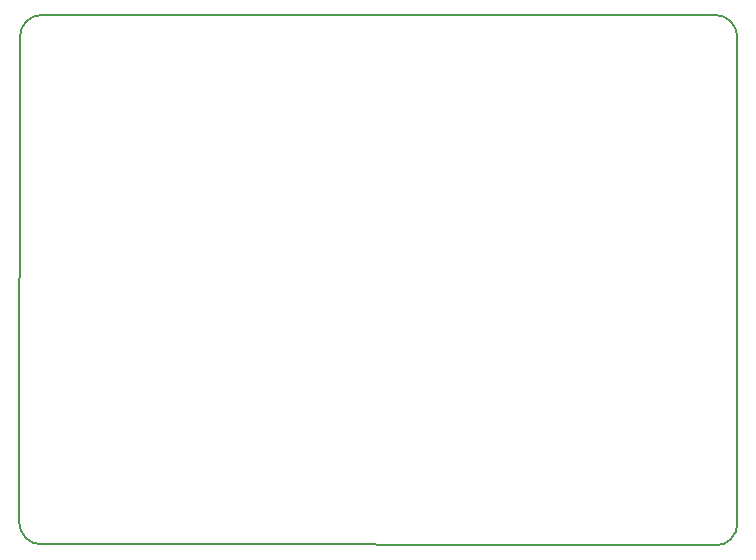
<source format=gm1>
G04*
G04 #@! TF.GenerationSoftware,Altium Limited,Altium Designer,23.6.0 (18)*
G04*
G04 Layer_Color=16711935*
%FSLAX44Y44*%
%MOMM*%
G71*
G04*
G04 #@! TF.SameCoordinates,5DEB40B8-84CC-45EF-9636-C6304030FE47*
G04*
G04*
G04 #@! TF.FilePolarity,Positive*
G04*
G01*
G75*
%ADD11C,0.2000*%
D11*
X512Y18730D02*
G03*
X19413Y-170I18900J0D01*
G01*
X590013Y-1008D02*
G03*
X608500Y17479I0J18487D01*
G01*
X20089Y448310D02*
G03*
X1012Y429233I0J-19077D01*
G01*
X608443Y429477D02*
G03*
X589610Y448310I-18833J0D01*
G01*
X512Y18730D02*
X1012Y429233D01*
X19413Y-170D02*
X590013Y-1008D01*
X608443Y429477D02*
X608500Y17479D01*
X20089Y448310D02*
X589610Y448310D01*
M02*

</source>
